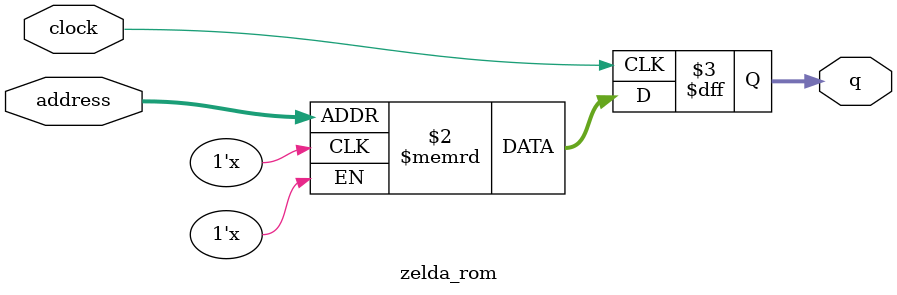
<source format=sv>
module zelda_rom (
	input logic clock,
	input logic [9:0] address,
	output logic [3:0] q
);

logic [3:0] memory [0:1023] /* synthesis ram_init_file = "./zelda/zelda.mif" */;

always_ff @ (posedge clock) begin
	q <= memory[address];
end

endmodule

</source>
